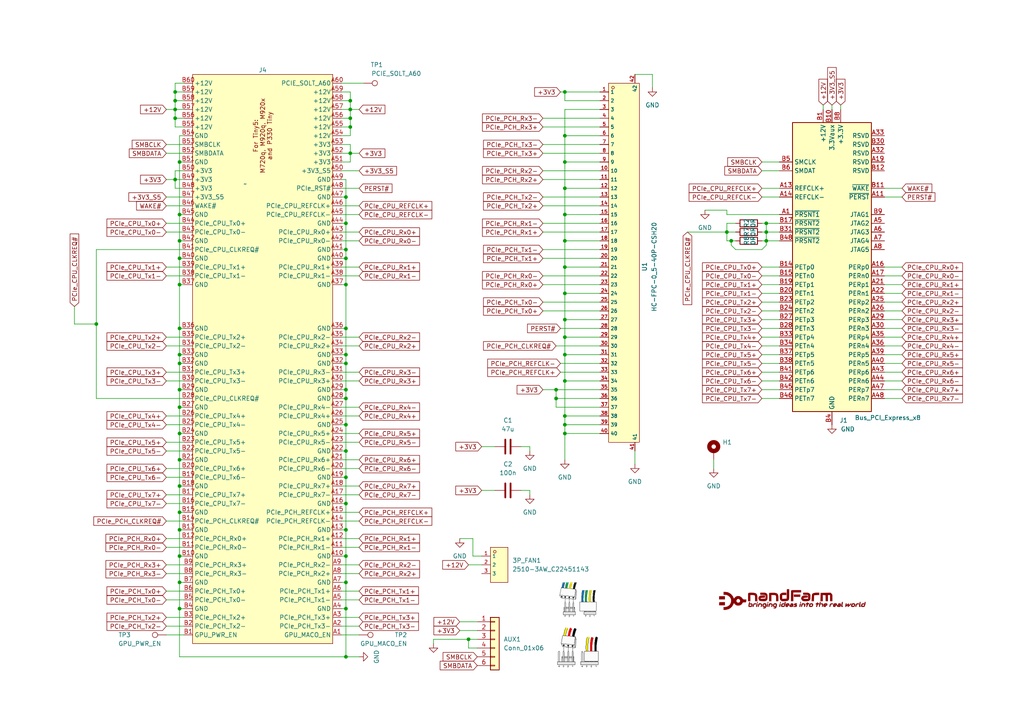
<source format=kicad_sch>
(kicad_sch (version 20231120) (generator "eeschema") (generator_version "8.0")
  (paper "A4")
  (title_block (title "RibbonRiser V1") (company "NandFarm"))
  (lib_symbols
    (symbol "2510-3AW_C22451143:2510-3AW_C22451143"
      (property "Reference" "U" (at 0 1.27 0))
      (property "Value" "2510-3AW_C22451143" (at 0 -2.54 0))
      (symbol "2510-3AW_C22451143_0_1"
        (pin unspecified line (at -5.08 2.54 0) (length 2.54) (name "1") (number "1"))
        (pin unspecified line (at -5.08 0 0) (length 2.54) (name "2") (number "2"))
        (pin unspecified line (at -5.08 -2.54 0) (length 2.54) (name "3") (number "3"))
      )
    )
    (symbol "A_my_stuff:TinyRiser"
      (property "Reference" "J1" (at 0 33.02 0))
      (property "Value" "~" (at -5.08 0 0))
      (symbol "TinyRiser_1_1"
        (text "For Tiny5:\nM720q, M920q, M920x\nand P330 Tiny" (at 0 13.97 900) (effects (font (size 1.27 1.27))))
        (pin unspecified line (at 22.86 -130.81 180) (length 2.54) (name "GPU_MACO_EN") (number "A1"))
        (pin unspecified line (at 22.86 -107.95 180) (length 2.54) (name "GND") (number "A10"))
        (pin unspecified line (at 22.86 -105.41 180) (length 2.54) (name "PCIe_PCH_Rx1-") (number "A11"))
        (pin unspecified line (at 22.86 -102.87 180) (length 2.54) (name "PCIe_PCH_Rx1+") (number "A12"))
        (pin unspecified line (at 22.86 -100.33 180) (length 2.54) (name "GND") (number "A13"))
        (pin unspecified line (at 22.86 -97.79 180) (length 2.54) (name "PCIe_PCH_REFCLK-") (number "A14"))
        (pin unspecified line (at 22.86 -95.25 180) (length 2.54) (name "PCIe_PCH_REFCLK+") (number "A15"))
        (pin unspecified line (at 22.86 -92.71 180) (length 2.54) (name "GND") (number "A16"))
        (pin unspecified line (at 22.86 -90.17 180) (length 2.54) (name "PCIe_CPU_Rx7-") (number "A17"))
        (pin unspecified line (at 22.86 -87.63 180) (length 2.54) (name "PCIe_CPU_Rx7+") (number "A18"))
        (pin unspecified line (at 22.86 -85.09 180) (length 2.54) (name "GND") (number "A19"))
        (pin unspecified line (at 22.86 -128.27 180) (length 2.54) (name "PCIe_PCH_Tx3-") (number "A2"))
        (pin unspecified line (at 22.86 -82.55 180) (length 2.54) (name "PCIe_CPU_Rx6-") (number "A20"))
        (pin unspecified line (at 22.86 -80.01 180) (length 2.54) (name "PCIe_CPU_Rx6+") (number "A21"))
        (pin unspecified line (at 22.86 -77.47 180) (length 2.54) (name "GND") (number "A22"))
        (pin unspecified line (at 22.86 -74.93 180) (length 2.54) (name "PCIe_CPU_Rx5-") (number "A23"))
        (pin unspecified line (at 22.86 -72.39 180) (length 2.54) (name "PCIe_CPU_Rx5+") (number "A24"))
        (pin unspecified line (at 22.86 -69.85 180) (length 2.54) (name "GND") (number "A25"))
        (pin unspecified line (at 22.86 -67.31 180) (length 2.54) (name "PCIe_CPU_Rx4+") (number "A26"))
        (pin unspecified line (at 22.86 -64.77 180) (length 2.54) (name "PCIe_CPU_Rx4-") (number "A27"))
        (pin unspecified line (at 22.86 -62.23 180) (length 2.54) (name "GND") (number "A28"))
        (pin unspecified line (at 22.86 -59.69 180) (length 2.54) (name "GND") (number "A29"))
        (pin unspecified line (at 22.86 -125.73 180) (length 2.54) (name "PCIe_PCH_Tx3+") (number "A3"))
        (pin unspecified line (at 22.86 -57.15 180) (length 2.54) (name "PCIe_CPU_Rx3+") (number "A30"))
        (pin unspecified line (at 22.86 -54.61 180) (length 2.54) (name "PCIe_CPU_Rx3-") (number "A31"))
        (pin unspecified line (at 22.86 -52.07 180) (length 2.54) (name "GND") (number "A32"))
        (pin unspecified line (at 22.86 -49.53 180) (length 2.54) (name "GND") (number "A33"))
        (pin unspecified line (at 22.86 -46.99 180) (length 2.54) (name "PCIe_CPU_Rx2+") (number "A34"))
        (pin unspecified line (at 22.86 -44.45 180) (length 2.54) (name "PCIe_CPU_Rx2-") (number "A35"))
        (pin unspecified line (at 22.86 -41.91 180) (length 2.54) (name "GND") (number "A36"))
        (pin unspecified line (at 22.86 -29.21 180) (length 2.54) (name "GND") (number "A37"))
        (pin unspecified line (at 22.86 -26.67 180) (length 2.54) (name "PCIe_CPU_Rx1-") (number "A38"))
        (pin unspecified line (at 22.86 -24.13 180) (length 2.54) (name "PCIe_CPU_Rx1+") (number "A39"))
        (pin unspecified line (at 22.86 -123.19 180) (length 2.54) (name "GND") (number "A4"))
        (pin unspecified line (at 22.86 -21.59 180) (length 2.54) (name "GND") (number "A40"))
        (pin unspecified line (at 22.86 -19.05 180) (length 2.54) (name "GND") (number "A41"))
        (pin unspecified line (at 22.86 -16.51 180) (length 2.54) (name "PCIe_CPU_Rx0-") (number "A42"))
        (pin unspecified line (at 22.86 -13.97 180) (length 2.54) (name "PCIe_CPU_Rx0+") (number "A43"))
        (pin unspecified line (at 22.86 -11.43 180) (length 2.54) (name "GND") (number "A44"))
        (pin unspecified line (at 22.86 -8.89 180) (length 2.54) (name "PCIe_CPU_REFCLK-") (number "A45"))
        (pin unspecified line (at 22.86 -6.35 180) (length 2.54) (name "PCIe_CPU_REFCLK+") (number "A46"))
        (pin unspecified line (at 22.86 -3.81 180) (length 2.54) (name "GND") (number "A47"))
        (pin unspecified line (at 22.86 -1.27 180) (length 2.54) (name "PCIe_RST#") (number "A48"))
        (pin unspecified line (at 22.86 1.27 180) (length 2.54) (name "GND") (number "A49"))
        (pin unspecified line (at 22.86 -120.65 180) (length 2.54) (name "PCIe_PCH_Tx1-") (number "A5"))
        (pin unspecified line (at 22.86 3.81 180) (length 2.54) (name "+3V3_S5") (number "A50"))
        (pin unspecified line (at 22.86 6.35 180) (length 2.54) (name "+3V3") (number "A51"))
        (pin unspecified line (at 22.86 8.89 180) (length 2.54) (name "+3V3") (number "A52"))
        (pin unspecified line (at 22.86 11.43 180) (length 2.54) (name "+3V3") (number "A53"))
        (pin unspecified line (at 22.86 13.97 180) (length 2.54) (name "+12V") (number "A54"))
        (pin unspecified line (at 22.86 16.51 180) (length 2.54) (name "+12V") (number "A55"))
        (pin unspecified line (at 22.86 19.05 180) (length 2.54) (name "+12V") (number "A56"))
        (pin unspecified line (at 22.86 21.59 180) (length 2.54) (name "+12V") (number "A57"))
        (pin unspecified line (at 22.86 24.13 180) (length 2.54) (name "+12V") (number "A58"))
        (pin unspecified line (at 22.86 26.67 180) (length 2.54) (name "+12V") (number "A59"))
        (pin unspecified line (at 22.86 -118.11 180) (length 2.54) (name "PCIe_PCH_Tx1+") (number "A6"))
        (pin unspecified line (at 22.86 29.21 180) (length 2.54) (name "PCIE_SOLT_A60") (number "A60"))
        (pin unspecified line (at 22.86 -115.57 180) (length 2.54) (name "GND") (number "A7"))
        (pin unspecified line (at 22.86 -113.03 180) (length 2.54) (name "PCIe_PCH_Rx2+") (number "A8"))
        (pin unspecified line (at 22.86 -110.49 180) (length 2.54) (name "PCIe_PCH_Rx2-") (number "A9"))
        (pin unspecified line (at -22.86 -130.81 0) (length 2.54) (name "GPU_PWR_EN") (number "B1"))
        (pin unspecified line (at -22.86 -107.95 0) (length 2.54) (name "GND") (number "B10"))
        (pin unspecified line (at -22.86 -105.41 0) (length 2.54) (name "PCIe_PCH_Rx0-") (number "B11"))
        (pin unspecified line (at -22.86 -102.87 0) (length 2.54) (name "PCIe_PCH_Rx0+") (number "B12"))
        (pin unspecified line (at -22.86 -100.33 0) (length 2.54) (name "GND") (number "B13"))
        (pin unspecified line (at -22.86 -97.79 0) (length 2.54) (name "PCIe_PCH_CLKREQ#") (number "B14"))
        (pin unspecified line (at -22.86 -95.25 0) (length 2.54) (name "GND") (number "B15"))
        (pin unspecified line (at -22.86 -92.71 0) (length 2.54) (name "PCIe_CPU_Tx7-") (number "B16"))
        (pin unspecified line (at -22.86 -90.17 0) (length 2.54) (name "PCIe_CPU_Tx7+") (number "B17"))
        (pin unspecified line (at -22.86 -87.63 0) (length 2.54) (name "GND") (number "B18"))
        (pin unspecified line (at -22.86 -85.09 0) (length 2.54) (name "PCIe_CPU_Tx6-") (number "B19"))
        (pin unspecified line (at -22.86 -128.27 0) (length 2.54) (name "PCIe_PCH_Tx2-") (number "B2"))
        (pin unspecified line (at -22.86 -82.55 0) (length 2.54) (name "PCIe_CPU_Tx6+") (number "B20"))
        (pin unspecified line (at -22.86 -80.01 0) (length 2.54) (name "GND") (number "B21"))
        (pin unspecified line (at -22.86 -77.47 0) (length 2.54) (name "PCIe_CPU_Tx5-") (number "B22"))
        (pin unspecified line (at -22.86 -74.93 0) (length 2.54) (name "PCIe_CPU_Tx5+") (number "B23"))
        (pin unspecified line (at -22.86 -72.39 0) (length 2.54) (name "GND") (number "B24"))
        (pin unspecified line (at -22.86 -69.85 0) (length 2.54) (name "PCIe_CPU_Tx4-") (number "B25"))
        (pin unspecified line (at -22.86 -67.31 0) (length 2.54) (name "PCIe_CPU_Tx4+") (number "B26"))
        (pin unspecified line (at -22.86 -64.77 0) (length 2.54) (name "GND") (number "B27"))
        (pin unspecified line (at -22.86 -62.23 0) (length 2.54) (name "PCIe_CPU_CLKREQ#") (number "B28"))
        (pin unspecified line (at -22.86 -59.69 0) (length 2.54) (name "GND") (number "B29"))
        (pin unspecified line (at -22.86 -125.73 0) (length 2.54) (name "PCIe_PCH_Tx2+") (number "B3"))
        (pin unspecified line (at -22.86 -57.15 0) (length 2.54) (name "PCIe_CPU_Tx3-") (number "B30"))
        (pin unspecified line (at -22.86 -54.61 0) (length 2.54) (name "PCIe_CPU_Tx3+") (number "B31"))
        (pin unspecified line (at -22.86 -52.07 0) (length 2.54) (name "GND") (number "B32"))
        (pin unspecified line (at -22.86 -49.53 0) (length 2.54) (name "GND") (number "B33"))
        (pin unspecified line (at -22.86 -46.99 0) (length 2.54) (name "PCIe_CPU_Tx2-") (number "B34"))
        (pin unspecified line (at -22.86 -44.45 0) (length 2.54) (name "PCIe_CPU_Tx2+") (number "B35"))
        (pin unspecified line (at -22.86 -41.91 0) (length 2.54) (name "GND") (number "B36"))
        (pin unspecified line (at -22.86 -29.21 0) (length 2.54) (name "GND") (number "B37"))
        (pin unspecified line (at -22.86 -26.67 0) (length 2.54) (name "PCIe_CPU_Tx1-") (number "B38"))
        (pin unspecified line (at -22.86 -24.13 0) (length 2.54) (name "PCIe_CPU_Tx1+") (number "B39"))
        (pin unspecified line (at -22.86 -123.19 0) (length 2.54) (name "GND") (number "B4"))
        (pin unspecified line (at -22.86 -21.59 0) (length 2.54) (name "GND") (number "B40"))
        (pin unspecified line (at -22.86 -19.05 0) (length 2.54) (name "PCIe_CPU_CLKREQ#") (number "B41"))
        (pin unspecified line (at -22.86 -16.51 0) (length 2.54) (name "GND") (number "B42"))
        (pin unspecified line (at -22.86 -13.97 0) (length 2.54) (name "PCIe_CPU_Tx0-") (number "B43"))
        (pin unspecified line (at -22.86 -11.43 0) (length 2.54) (name "PCIe_CPU_Tx0+") (number "B44"))
        (pin unspecified line (at -22.86 -8.89 0) (length 2.54) (name "GND") (number "B45"))
        (pin unspecified line (at -22.86 -6.35 0) (length 2.54) (name "WAKE#") (number "B46"))
        (pin unspecified line (at -22.86 -3.81 0) (length 2.54) (name "+3V3_S5") (number "B47"))
        (pin unspecified line (at -22.86 -1.27 0) (length 2.54) (name "+3V3") (number "B48"))
        (pin unspecified line (at -22.86 1.27 0) (length 2.54) (name "+3V3") (number "B49"))
        (pin unspecified line (at -22.86 -120.65 0) (length 2.54) (name "PCIe_PCH_Tx0-") (number "B5"))
        (pin unspecified line (at -22.86 3.81 0) (length 2.54) (name "+3V3") (number "B50"))
        (pin unspecified line (at -22.86 6.35 0) (length 2.54) (name "GND") (number "B51"))
        (pin unspecified line (at -22.86 8.89 0) (length 2.54) (name "SMBDATA") (number "B52"))
        (pin unspecified line (at -22.86 11.43 0) (length 2.54) (name "SMBCLK") (number "B53"))
        (pin unspecified line (at -22.86 13.97 0) (length 2.54) (name "GND") (number "B54"))
        (pin unspecified line (at -22.86 16.51 0) (length 2.54) (name "+12V") (number "B55"))
        (pin unspecified line (at -22.86 19.05 0) (length 2.54) (name "+12V") (number "B56"))
        (pin unspecified line (at -22.86 21.59 0) (length 2.54) (name "+12V") (number "B57"))
        (pin unspecified line (at -22.86 24.13 0) (length 2.54) (name "+12V") (number "B58"))
        (pin unspecified line (at -22.86 26.67 0) (length 2.54) (name "+12V") (number "B59"))
        (pin unspecified line (at -22.86 -118.11 0) (length 2.54) (name "PCIe_PCH_Tx0+") (number "B6"))
        (pin unspecified line (at -22.86 29.21 0) (length 2.54) (name "+12V") (number "B60"))
        (pin unspecified line (at -22.86 -115.57 0) (length 2.54) (name "GND") (number "B7"))
        (pin unspecified line (at -22.86 -113.03 0) (length 2.54) (name "PCIe_PCH_Rx3-") (number "B8"))
        (pin unspecified line (at -22.86 -110.49 0) (length 2.54) (name "PCIe_PCH_Rx3+") (number "B9"))
      )
    )
    (symbol "Connector:Bus_PCI_Express_x8"
      (property "Reference" "J" (at -8.89 43.18 0))
      (property "Value" "Bus_PCI_Express_x8" (at 12.7 43.18 0))
      (symbol "Bus_PCI_Express_x8_1_1"
        (pin passive line (at -15.24 15.24 0) (length 3.81) (name "~{PRSNT1}") (number "A1"))
        (pin passive line (at 2.54 45.72 270) (length 3.81) hide (name "+3.3V") (number "A10"))
        (pin input line (at 15.24 20.32 180) (length 3.81) (name "~{PERST}") (number "A11"))
        (pin passive line (at 0 -45.72 90) (length 3.81) hide (name "GND") (number "A12"))
        (pin input line (at -15.24 22.86 0) (length 3.81) (name "REFCLK+") (number "A13"))
        (pin input line (at -15.24 20.32 0) (length 3.81) (name "REFCLK-") (number "A14"))
        (pin passive line (at 0 -45.72 90) (length 3.81) hide (name "GND") (number "A15"))
        (pin output line (at 15.24 0 180) (length 3.81) (name "PERp0") (number "A16"))
        (pin output line (at 15.24 -2.54 180) (length 3.81) (name "PERn0") (number "A17"))
        (pin passive line (at 0 -45.72 90) (length 3.81) hide (name "GND") (number "A18"))
        (pin passive line (at 15.24 30.48 180) (length 3.81) (name "RSVD") (number "A19"))
        (pin passive line (at -2.54 45.72 270) (length 3.81) hide (name "+12V") (number "A2"))
        (pin passive line (at 0 -45.72 90) (length 3.81) hide (name "GND") (number "A20"))
        (pin output line (at 15.24 -5.08 180) (length 3.81) (name "PERp1") (number "A21"))
        (pin output line (at 15.24 -7.62 180) (length 3.81) (name "PERn1") (number "A22"))
        (pin passive line (at 0 -45.72 90) (length 3.81) hide (name "GND") (number "A23"))
        (pin passive line (at 0 -45.72 90) (length 3.81) hide (name "GND") (number "A24"))
        (pin output line (at 15.24 -10.16 180) (length 3.81) (name "PERp2") (number "A25"))
        (pin output line (at 15.24 -12.7 180) (length 3.81) (name "PERn2") (number "A26"))
        (pin passive line (at 0 -45.72 90) (length 3.81) hide (name "GND") (number "A27"))
        (pin passive line (at 0 -45.72 90) (length 3.81) hide (name "GND") (number "A28"))
        (pin output line (at 15.24 -15.24 180) (length 3.81) (name "PERp3") (number "A29"))
        (pin passive line (at -2.54 45.72 270) (length 3.81) hide (name "+12V") (number "A3"))
        (pin output line (at 15.24 -17.78 180) (length 3.81) (name "PERn3") (number "A30"))
        (pin passive line (at 0 -45.72 90) (length 3.81) hide (name "GND") (number "A31"))
        (pin passive line (at 15.24 33.02 180) (length 3.81) (name "RSVD") (number "A32"))
        (pin passive line (at 15.24 38.1 180) (length 3.81) (name "RSVD") (number "A33"))
        (pin passive line (at 0 -45.72 90) (length 3.81) hide (name "GND") (number "A34"))
        (pin output line (at 15.24 -20.32 180) (length 3.81) (name "PERp4") (number "A35"))
        (pin output line (at 15.24 -22.86 180) (length 3.81) (name "PERn4") (number "A36"))
        (pin passive line (at 0 -45.72 90) (length 3.81) hide (name "GND") (number "A37"))
        (pin passive line (at 0 -45.72 90) (length 3.81) hide (name "GND") (number "A38"))
        (pin output line (at 15.24 -25.4 180) (length 3.81) (name "PERp5") (number "A39"))
        (pin passive line (at 0 -45.72 90) (length 3.81) hide (name "GND") (number "A4"))
        (pin output line (at 15.24 -27.94 180) (length 3.81) (name "PERn5") (number "A40"))
        (pin passive line (at 0 -45.72 90) (length 3.81) hide (name "GND") (number "A41"))
        (pin passive line (at 0 -45.72 90) (length 3.81) hide (name "GND") (number "A42"))
        (pin output line (at 15.24 -30.48 180) (length 3.81) (name "PERp6") (number "A43"))
        (pin output line (at 15.24 -33.02 180) (length 3.81) (name "PERn6") (number "A44"))
        (pin passive line (at 0 -45.72 90) (length 3.81) hide (name "GND") (number "A45"))
        (pin passive line (at 0 -45.72 90) (length 3.81) hide (name "GND") (number "A46"))
        (pin output line (at 15.24 -35.56 180) (length 3.81) (name "PERp7") (number "A47"))
        (pin output line (at 15.24 -38.1 180) (length 3.81) (name "PERn7") (number "A48"))
        (pin passive line (at 0 -45.72 90) (length 3.81) hide (name "GND") (number "A49"))
        (pin input line (at 15.24 12.7 180) (length 3.81) (name "JTAG2") (number "A5"))
        (pin input line (at 15.24 10.16 180) (length 3.81) (name "JTAG3") (number "A6"))
        (pin output line (at 15.24 7.62 180) (length 3.81) (name "JTAG4") (number "A7"))
        (pin input line (at 15.24 5.08 180) (length 3.81) (name "JTAG5") (number "A8"))
        (pin passive line (at 2.54 45.72 270) (length 3.81) hide (name "+3.3V") (number "A9"))
        (pin power_in line (at -2.54 45.72 270) (length 3.81) (name "+12V") (number "B1"))
        (pin power_in line (at 0 45.72 270) (length 3.81) (name "3.3Vaux") (number "B10"))
        (pin open_collector line (at 15.24 22.86 180) (length 3.81) (name "~{WAKE}") (number "B11"))
        (pin passive line (at 15.24 27.94 180) (length 3.81) (name "RSVD") (number "B12"))
        (pin passive line (at 0 -45.72 90) (length 3.81) hide (name "GND") (number "B13"))
        (pin input line (at -15.24 0 0) (length 3.81) (name "PETp0") (number "B14"))
        (pin input line (at -15.24 -2.54 0) (length 3.81) (name "PETn0") (number "B15"))
        (pin passive line (at 0 -45.72 90) (length 3.81) hide (name "GND") (number "B16"))
        (pin passive line (at -15.24 12.7 0) (length 3.81) (name "~{PRSNT2}") (number "B17"))
        (pin passive line (at 0 -45.72 90) (length 3.81) hide (name "GND") (number "B18"))
        (pin input line (at -15.24 -5.08 0) (length 3.81) (name "PETp1") (number "B19"))
        (pin passive line (at -2.54 45.72 270) (length 3.81) hide (name "+12V") (number "B2"))
        (pin input line (at -15.24 -7.62 0) (length 3.81) (name "PETn1") (number "B20"))
        (pin passive line (at 0 -45.72 90) (length 3.81) hide (name "GND") (number "B21"))
        (pin passive line (at 0 -45.72 90) (length 3.81) hide (name "GND") (number "B22"))
        (pin input line (at -15.24 -10.16 0) (length 3.81) (name "PETp2") (number "B23"))
        (pin input line (at -15.24 -12.7 0) (length 3.81) (name "PETn2") (number "B24"))
        (pin passive line (at 0 -45.72 90) (length 3.81) hide (name "GND") (number "B25"))
        (pin passive line (at 0 -45.72 90) (length 3.81) hide (name "GND") (number "B26"))
        (pin input line (at -15.24 -15.24 0) (length 3.81) (name "PETp3") (number "B27"))
        (pin input line (at -15.24 -17.78 0) (length 3.81) (name "PETn3") (number "B28"))
        (pin passive line (at 0 -45.72 90) (length 3.81) hide (name "GND") (number "B29"))
        (pin passive line (at -2.54 45.72 270) (length 3.81) hide (name "+12V") (number "B3"))
        (pin passive line (at 15.24 35.56 180) (length 3.81) (name "RSVD") (number "B30"))
        (pin passive line (at -15.24 10.16 0) (length 3.81) (name "~{PRSNT2}") (number "B31"))
        (pin passive line (at 0 -45.72 90) (length 3.81) hide (name "GND") (number "B32"))
        (pin input line (at -15.24 -20.32 0) (length 3.81) (name "PETp4") (number "B33"))
        (pin input line (at -15.24 -22.86 0) (length 3.81) (name "PETn4") (number "B34"))
        (pin passive line (at 0 -45.72 90) (length 3.81) hide (name "GND") (number "B35"))
        (pin passive line (at 0 -45.72 90) (length 3.81) hide (name "GND") (number "B36"))
        (pin input line (at -15.24 -25.4 0) (length 3.81) (name "PETp5") (number "B37"))
        (pin input line (at -15.24 -27.94 0) (length 3.81) (name "PETn5") (number "B38"))
        (pin passive line (at 0 -45.72 90) (length 3.81) hide (name "GND") (number "B39"))
        (pin power_in line (at 0 -45.72 90) (length 3.81) (name "GND") (number "B4"))
        (pin passive line (at 0 -45.72 90) (length 3.81) hide (name "GND") (number "B40"))
        (pin input line (at -15.24 -30.48 0) (length 3.81) (name "PETp6") (number "B41"))
        (pin input line (at -15.24 -33.02 0) (length 3.81) (name "PETn6") (number "B42"))
        (pin passive line (at 0 -45.72 90) (length 3.81) hide (name "GND") (number "B43"))
        (pin passive line (at 0 -45.72 90) (length 3.81) hide (name "GND") (number "B44"))
        (pin input line (at -15.24 -35.56 0) (length 3.81) (name "PETp7") (number "B45"))
        (pin input line (at -15.24 -38.1 0) (length 3.81) (name "PETn7") (number "B46"))
        (pin passive line (at 0 -45.72 90) (length 3.81) hide (name "GND") (number "B47"))
        (pin passive line (at -15.24 7.62 0) (length 3.81) (name "~{PRSNT2}") (number "B48"))
        (pin passive line (at 0 -45.72 90) (length 3.81) hide (name "GND") (number "B49"))
        (pin input line (at -15.24 30.48 0) (length 3.81) (name "SMCLK") (number "B5"))
        (pin bidirectional line (at -15.24 27.94 0) (length 3.81) (name "SMDAT") (number "B6"))
        (pin passive line (at 0 -45.72 90) (length 3.81) hide (name "GND") (number "B7"))
        (pin power_in line (at 2.54 45.72 270) (length 3.81) (name "+3.3V") (number "B8"))
        (pin input line (at 15.24 15.24 180) (length 3.81) (name "JTAG1") (number "B9"))
      )
    )
    (symbol "Connector:TestPoint" (pin_numbers hide) (pin_names (offset 0.762) hide)
      (property "Reference" "TP" (at 0 6.858 0))
      (property "Value" "TestPoint" (at 0 5.08 0))
      (symbol "TestPoint_1_1"
        (pin passive line (at 0 0 90) (length 2.54) (name "1") (number "1"))
      )
    )
    (symbol "Connector_Generic:Conn_01x06" (pin_names (offset 1.016) hide)
      (property "Reference" "J" (at 0 7.62 0))
      (property "Value" "Conn_01x06" (at 0 -10.16 0))
      (symbol "Conn_01x06_1_1"
        (pin passive line (at -5.08 5.08 0) (length 3.81) (name "Pin_1") (number "1"))
        (pin passive line (at -5.08 2.54 0) (length 3.81) (name "Pin_2") (number "2"))
        (pin passive line (at -5.08 0 0) (length 3.81) (name "Pin_3") (number "3"))
        (pin passive line (at -5.08 -2.54 0) (length 3.81) (name "Pin_4") (number "4"))
        (pin passive line (at -5.08 -5.08 0) (length 3.81) (name "Pin_5") (number "5"))
        (pin passive line (at -5.08 -7.62 0) (length 3.81) (name "Pin_6") (number "6"))
      )
    )
    (symbol "Device:C" (pin_numbers hide) (pin_names (offset 0.254))
      (property "Reference" "C" (at 0.635 2.54 0))
      (property "Value" "C" (at 0.635 -2.54 0))
      (symbol "C_1_1"
        (pin passive line (at 0 3.81 270) (length 2.794) (name "~") (number "1"))
        (pin passive line (at 0 -3.81 90) (length 2.794) (name "~") (number "2"))
      )
    )
    (symbol "Device:R" (pin_numbers hide) (pin_names (offset 0))
      (property "Reference" "R" (at 2.032 0 90))
      (property "Value" "R" (at 0 0 90))
      (symbol "R_1_1"
        (pin passive line (at 0 3.81 270) (length 1.27) (name "~") (number "1"))
        (pin passive line (at 0 -3.81 90) (length 1.27) (name "~") (number "2"))
      )
    )
    (symbol "HC-FPC-0_5-40P-CSH20:HC-FPC-0_5-40P-CSH20"
      (property "Reference" "U" (at 0 1.27 0))
      (property "Value" "HC-FPC-0_5-40P-CSH20" (at 0 -2.54 0))
      (symbol "HC-FPC-0_5-40P-CSH20_0_1"
        (pin unspecified line (at -5.08 50.8 0) (length 2.54) (name "1") (number "1"))
        (pin unspecified line (at -5.08 27.94 0) (length 2.54) (name "10") (number "10"))
        (pin unspecified line (at -5.08 25.4 0) (length 2.54) (name "11") (number "11"))
        (pin unspecified line (at -5.08 22.86 0) (length 2.54) (name "12") (number "12"))
        (pin unspecified line (at -5.08 20.32 0) (length 2.54) (name "13") (number "13"))
        (pin unspecified line (at -5.08 17.78 0) (length 2.54) (name "14") (number "14"))
        (pin unspecified line (at -5.08 15.24 0) (length 2.54) (name "15") (number "15"))
        (pin unspecified line (at -5.08 12.7 0) (length 2.54) (name "16") (number "16"))
        (pin unspecified line (at -5.08 10.16 0) (length 2.54) (name "17") (number "17"))
        (pin unspecified line (at -5.08 7.62 0) (length 2.54) (name "18") (number "18"))
        (pin unspecified line (at -5.08 5.08 0) (length 2.54) (name "19") (number "19"))
        (pin unspecified line (at -5.08 48.26 0) (length 2.54) (name "2") (number "2"))
        (pin unspecified line (at -5.08 2.54 0) (length 2.54) (name "20") (number "20"))
        (pin unspecified line (at -5.08 0 0) (length 2.54) (name "21") (number "21"))
        (pin unspecified line (at -5.08 -2.54 0) (length 2.54) (name "22") (number "22"))
        (pin unspecified line (at -5.08 -5.08 0) (length 2.54) (name "23") (number "23"))
        (pin unspecified line (at -5.08 -7.62 0) (length 2.54) (name "24") (number "24"))
        (pin unspecified line (at -5.08 -10.16 0) (length 2.54) (name "25") (number "25"))
        (pin unspecified line (at -5.08 -12.7 0) (length 2.54) (name "26") (number "26"))
        (pin unspecified line (at -5.08 -15.24 0) (length 2.54) (name "27") (number "27"))
        (pin unspecified line (at -5.08 -17.78 0) (length 2.54) (name "28") (number "28"))
        (pin unspecified line (at -5.08 -20.32 0) (length 2.54) (name "29") (number "29"))
        (pin unspecified line (at -5.08 45.72 0) (length 2.54) (name "3") (number "3"))
        (pin unspecified line (at -5.08 -22.86 0) (length 2.54) (name "30") (number "30"))
        (pin unspecified line (at -5.08 -25.4 0) (length 2.54) (name "31") (number "31"))
        (pin unspecified line (at -5.08 -27.94 0) (length 2.54) (name "32") (number "32"))
        (pin unspecified line (at -5.08 -30.48 0) (length 2.54) (name "33") (number "33"))
        (pin unspecified line (at -5.08 -33.02 0) (length 2.54) (name "34") (number "34"))
        (pin unspecified line (at -5.08 -35.56 0) (length 2.54) (name "35") (number "35"))
        (pin unspecified line (at -5.08 -38.1 0) (length 2.54) (name "36") (number "36"))
        (pin unspecified line (at -5.08 -40.64 0) (length 2.54) (name "37") (number "37"))
        (pin unspecified line (at -5.08 -43.18 0) (length 2.54) (name "38") (number "38"))
        (pin unspecified line (at -5.08 -45.72 0) (length 2.54) (name "39") (number "39"))
        (pin unspecified line (at -5.08 43.18 0) (length 2.54) (name "4") (number "4"))
        (pin unspecified line (at -5.08 -48.26 0) (length 2.54) (name "40") (number "40"))
        (pin unspecified line (at 5.08 -53.34 90) (length 2.54) (name "41") (number "41"))
        (pin unspecified line (at 5.08 55.88 270) (length 2.54) (name "42") (number "42"))
        (pin unspecified line (at -5.08 40.64 0) (length 2.54) (name "5") (number "5"))
        (pin unspecified line (at -5.08 38.1 0) (length 2.54) (name "6") (number "6"))
        (pin unspecified line (at -5.08 35.56 0) (length 2.54) (name "7") (number "7"))
        (pin unspecified line (at -5.08 33.02 0) (length 2.54) (name "8") (number "8"))
        (pin unspecified line (at -5.08 30.48 0) (length 2.54) (name "9") (number "9"))
      )
    )
    (symbol "Mechanical:MountingHole_Pad" (pin_numbers hide) (pin_names (offset 1.016) hide)
      (property "Reference" "H" (at 0 6.35 0))
      (property "Value" "MountingHole_Pad" (at 0 4.445 0))
      (symbol "MountingHole_Pad_1_1"
        (pin input line (at 0 -2.54 90) (length 2.54) (name "1") (number "1"))
      )
    )
    (symbol "NandFarm_logo_and_text:LOGO" (pin_names (offset 1.016)))
    (symbol "power:GND" (power) (pin_names (offset 0))
      (property "Value" "GND" (at 0 -3.81 0))
      (symbol "GND_1_1"
        (pin power_in line (at 0 0 270) (length 0) hide (name "GND") (number "1"))
      )
    )
  )
  (junction (at 50.8 34.29))
  (junction (at 52.07 95.25))
  (junction (at 100.33 115.57))
  (junction (at 101.6 34.29))
  (junction (at 100.33 72.39))
  (junction (at 52.07 69.85))
  (junction (at 163.83 54.61))
  (junction (at 210.82 67.31))
  (junction (at 100.33 82.55))
  (junction (at 101.6 44.45))
  (junction (at 163.83 125.73))
  (junction (at 161.29 113.03))
  (junction (at 163.83 46.99))
  (junction (at 52.07 168.91))
  (junction (at 163.83 85.09))
  (junction (at 100.33 168.91))
  (junction (at 163.83 69.85))
  (junction (at 100.33 130.81))
  (junction (at 52.07 74.93))
  (junction (at 163.83 102.87))
  (junction (at 163.83 110.49))
  (junction (at 163.83 120.65))
  (junction (at 163.83 123.19))
  (junction (at 163.83 62.23))
  (junction (at 50.8 26.67))
  (junction (at 50.8 52.07))
  (junction (at 52.07 105.41))
  (junction (at 52.07 62.23))
  (junction (at 100.33 64.77))
  (junction (at 52.07 153.67))
  (junction (at 100.33 95.25))
  (junction (at 52.07 176.53))
  (junction (at 100.33 74.93))
  (junction (at 100.33 102.87))
  (junction (at 52.07 161.29))
  (junction (at 52.07 125.73))
  (junction (at 100.33 138.43))
  (junction (at 101.6 31.75))
  (junction (at 163.83 77.47))
  (junction (at 52.07 148.59))
  (junction (at 163.83 39.37))
  (junction (at 100.33 57.15))
  (junction (at 52.07 133.35))
  (junction (at 163.83 92.71))
  (junction (at 100.33 146.05))
  (junction (at 50.8 31.75))
  (junction (at 100.33 190.5))
  (junction (at 100.33 153.67))
  (junction (at 222.25 67.31))
  (junction (at 27.94 93.98))
  (junction (at 52.07 102.87))
  (junction (at 50.8 29.21))
  (junction (at 161.29 115.57))
  (junction (at 222.25 69.85))
  (junction (at 52.07 140.97))
  (junction (at 163.83 97.79))
  (junction (at 100.33 161.29))
  (junction (at 52.07 118.11))
  (junction (at 100.33 123.19))
  (junction (at 100.33 113.03))
  (junction (at 52.07 82.55))
  (junction (at 212.09 69.85))
  (junction (at 222.25 64.77))
  (junction (at 163.83 26.67))
  (junction (at 101.6 29.21))
  (junction (at 52.07 46.99))
  (junction (at 101.6 36.83))
  (junction (at 100.33 105.41))
  (junction (at 100.33 176.53))
  (junction (at 52.07 113.03))
  (junction (at 135.89 185.42))
  (wire (pts (xy 99.06 168.91) (xy 100.33 168.91)))
  (wire (pts (xy 256.54 107.95) (xy 261.62 107.95)))
  (wire (pts (xy 48.26 171.45) (xy 53.34 171.45)))
  (wire (pts (xy 50.8 24.13) (xy 53.34 24.13)))
  (wire (pts (xy 50.8 34.29) (xy 53.34 34.29)))
  (wire (pts (xy 99.06 57.15) (xy 100.33 57.15)))
  (wire (pts (xy 220.98 77.47) (xy 226.06 77.47)))
  (wire (pts (xy 52.07 82.55) (xy 53.34 82.55)))
  (wire (pts (xy 163.83 102.87) (xy 163.83 97.79)))
  (wire (pts (xy 220.98 49.53) (xy 226.06 49.53)))
  (wire (pts (xy 101.6 29.21) (xy 101.6 31.75)))
  (wire (pts (xy 99.06 118.11) (xy 104.14 118.11)))
  (wire (pts (xy 48.26 100.33) (xy 53.34 100.33)))
  (wire (pts (xy 210.82 64.77) (xy 213.36 64.77)))
  (wire (pts (xy 48.26 166.37) (xy 53.34 166.37)))
  (wire (pts (xy 162.56 26.67) (xy 163.83 26.67)))
  (wire (pts (xy 163.83 110.49) (xy 173.99 110.49)))
  (wire (pts (xy 48.26 120.65) (xy 53.34 120.65)))
  (wire (pts (xy 52.07 69.85) (xy 52.07 62.23)))
  (wire (pts (xy 163.83 92.71) (xy 163.83 85.09)))
  (wire (pts (xy 53.34 54.61) (xy 50.8 54.61)))
  (wire (pts (xy 125.73 185.42) (xy 135.89 185.42)))
  (wire (pts (xy 99.06 153.67) (xy 100.33 153.67)))
  (wire (pts (xy 99.06 143.51) (xy 104.14 143.51)))
  (wire (pts (xy 163.83 69.85) (xy 163.83 62.23)))
  (wire (pts (xy 138.43 187.96) (xy 135.89 187.96)))
  (wire (pts (xy 101.6 34.29) (xy 101.6 36.83)))
  (wire (pts (xy 52.07 118.11) (xy 52.07 113.03)))
  (wire (pts (xy 222.25 67.31) (xy 226.06 67.31)))
  (wire (pts (xy 163.83 77.47) (xy 163.83 85.09)))
  (wire (pts (xy 220.98 110.49) (xy 226.06 110.49)))
  (wire (pts (xy 50.8 54.61) (xy 50.8 52.07)))
  (wire (pts (xy 48.26 143.51) (xy 53.34 143.51)))
  (wire (pts (xy 220.98 54.61) (xy 226.06 54.61)))
  (wire (pts (xy 99.06 110.49) (xy 104.14 110.49)))
  (wire (pts (xy 157.48 52.07) (xy 173.99 52.07)))
  (wire (pts (xy 100.33 153.67) (xy 100.33 146.05)))
  (wire (pts (xy 100.33 123.19) (xy 100.33 115.57)))
  (wire (pts (xy 100.33 161.29) (xy 100.33 153.67)))
  (wire (pts (xy 52.07 148.59) (xy 52.07 140.97)))
  (wire (pts (xy 48.26 130.81) (xy 53.34 130.81)))
  (wire (pts (xy 52.07 168.91) (xy 53.34 168.91)))
  (wire (pts (xy 99.06 49.53) (xy 104.14 49.53)))
  (wire (pts (xy 157.48 36.83) (xy 173.99 36.83)))
  (wire (pts (xy 100.33 64.77) (xy 100.33 57.15)))
  (wire (pts (xy 101.6 39.37) (xy 99.06 39.37)))
  (wire (pts (xy 161.29 115.57) (xy 173.99 115.57)))
  (wire (pts (xy 50.8 52.07) (xy 53.34 52.07)))
  (wire (pts (xy 256.54 82.55) (xy 261.62 82.55)))
  (wire (pts (xy 99.06 54.61) (xy 104.14 54.61)))
  (wire (pts (xy 48.26 41.91) (xy 53.34 41.91)))
  (wire (pts (xy 99.06 77.47) (xy 104.14 77.47)))
  (wire (pts (xy 163.83 92.71) (xy 173.99 92.71)))
  (wire (pts (xy 48.26 80.01) (xy 53.34 80.01)))
  (wire (pts (xy 99.06 148.59) (xy 104.14 148.59)))
  (wire (pts (xy 50.8 34.29) (xy 50.8 31.75)))
  (wire (pts (xy 213.36 72.39) (xy 220.98 72.39)))
  (wire (pts (xy 135.89 163.83) (xy 139.7 163.83)))
  (wire (pts (xy 48.26 57.15) (xy 53.34 57.15)))
  (wire (pts (xy 220.98 105.41) (xy 226.06 105.41)))
  (wire (pts (xy 256.54 113.03) (xy 261.62 113.03)))
  (wire (pts (xy 139.7 142.24) (xy 143.51 142.24)))
  (wire (pts (xy 210.82 67.31) (xy 213.36 67.31)))
  (wire (pts (xy 99.06 34.29) (xy 101.6 34.29)))
  (wire (pts (xy 163.83 29.21) (xy 173.99 29.21)))
  (wire (pts (xy 99.06 80.01) (xy 104.14 80.01)))
  (wire (pts (xy 99.06 105.41) (xy 100.33 105.41)))
  (wire (pts (xy 163.83 123.19) (xy 163.83 120.65)))
  (wire (pts (xy 163.83 31.75) (xy 173.99 31.75)))
  (wire (pts (xy 52.07 168.91) (xy 52.07 161.29)))
  (wire (pts (xy 210.82 62.23) (xy 226.06 62.23)))
  (wire (pts (xy 163.83 31.75) (xy 163.83 39.37)))
  (wire (pts (xy 256.54 95.25) (xy 261.62 95.25)))
  (wire (pts (xy 256.54 87.63) (xy 261.62 87.63)))
  (wire (pts (xy 100.33 138.43) (xy 100.33 130.81)))
  (wire (pts (xy 163.83 97.79) (xy 173.99 97.79)))
  (wire (pts (xy 48.26 173.99) (xy 53.34 173.99)))
  (wire (pts (xy 48.26 107.95) (xy 53.34 107.95)))
  (wire (pts (xy 163.83 110.49) (xy 163.83 102.87)))
  (wire (pts (xy 100.33 113.03) (xy 100.33 105.41)))
  (wire (pts (xy 101.6 46.99) (xy 101.6 44.45)))
  (wire (pts (xy 99.06 102.87) (xy 100.33 102.87)))
  (wire (pts (xy 163.83 46.99) (xy 163.83 39.37)))
  (wire (pts (xy 99.06 163.83) (xy 104.14 163.83)))
  (wire (pts (xy 52.07 190.5) (xy 52.07 176.53)))
  (wire (pts (xy 220.98 80.01) (xy 226.06 80.01)))
  (wire (pts (xy 100.33 74.93) (xy 100.33 72.39)))
  (wire (pts (xy 100.33 190.5) (xy 52.07 190.5)))
  (wire (pts (xy 99.06 115.57) (xy 100.33 115.57)))
  (wire (pts (xy 162.56 105.41) (xy 173.99 105.41)))
  (wire (pts (xy 50.8 29.21) (xy 50.8 26.67)))
  (wire (pts (xy 48.26 179.07) (xy 53.34 179.07)))
  (wire (pts (xy 163.83 123.19) (xy 173.99 123.19)))
  (wire (pts (xy 52.07 140.97) (xy 52.07 133.35)))
  (wire (pts (xy 52.07 102.87) (xy 53.34 102.87)))
  (wire (pts (xy 161.29 115.57) (xy 161.29 113.03)))
  (wire (pts (xy 139.7 161.29) (xy 137.16 161.29)))
  (wire (pts (xy 48.26 110.49) (xy 53.34 110.49)))
  (wire (pts (xy 52.07 125.73) (xy 53.34 125.73)))
  (wire (pts (xy 52.07 161.29) (xy 53.34 161.29)))
  (wire (pts (xy 256.54 102.87) (xy 261.62 102.87)))
  (wire (pts (xy 52.07 176.53) (xy 52.07 168.91)))
  (wire (pts (xy 52.07 148.59) (xy 53.34 148.59)))
  (wire (pts (xy 163.83 46.99) (xy 173.99 46.99)))
  (wire (pts (xy 48.26 163.83) (xy 53.34 163.83)))
  (wire (pts (xy 157.48 113.03) (xy 161.29 113.03)))
  (wire (pts (xy 220.98 69.85) (xy 222.25 69.85)))
  (wire (pts (xy 99.06 133.35) (xy 104.14 133.35)))
  (wire (pts (xy 161.29 118.11) (xy 161.29 115.57)))
  (wire (pts (xy 157.48 49.53) (xy 173.99 49.53)))
  (wire (pts (xy 52.07 95.25) (xy 53.34 95.25)))
  (wire (pts (xy 100.33 95.25) (xy 100.33 82.55)))
  (wire (pts (xy 52.07 39.37) (xy 52.07 46.99)))
  (wire (pts (xy 99.06 166.37) (xy 104.14 166.37)))
  (wire (pts (xy 101.6 31.75) (xy 101.6 34.29)))
  (wire (pts (xy 220.98 72.39) (xy 222.25 71.12)))
  (wire (pts (xy 99.06 146.05) (xy 100.33 146.05)))
  (wire (pts (xy 256.54 92.71) (xy 261.62 92.71)))
  (wire (pts (xy 163.83 120.65) (xy 173.99 120.65)))
  (wire (pts (xy 53.34 176.53) (xy 52.07 176.53)))
  (wire (pts (xy 220.98 102.87) (xy 226.06 102.87)))
  (wire (pts (xy 163.83 54.61) (xy 173.99 54.61)))
  (wire (pts (xy 163.83 125.73) (xy 173.99 125.73)))
  (wire (pts (xy 256.54 54.61) (xy 261.62 54.61)))
  (wire (pts (xy 220.98 46.99) (xy 226.06 46.99)))
  (wire (pts (xy 220.98 97.79) (xy 226.06 97.79)))
  (wire (pts (xy 151.13 142.24) (xy 153.67 142.24)))
  (wire (pts (xy 133.35 182.88) (xy 138.43 182.88)))
  (wire (pts (xy 99.06 74.93) (xy 100.33 74.93)))
  (wire (pts (xy 101.6 31.75) (xy 104.14 31.75)))
  (wire (pts (xy 256.54 97.79) (xy 261.62 97.79)))
  (wire (pts (xy 99.06 62.23) (xy 104.14 62.23)))
  (wire (pts (xy 220.98 64.77) (xy 222.25 64.77)))
  (wire (pts (xy 27.94 93.98) (xy 27.94 72.39)))
  (wire (pts (xy 135.89 187.96) (xy 135.89 185.42)))
  (wire (pts (xy 100.33 176.53) (xy 100.33 190.5)))
  (wire (pts (xy 50.8 26.67) (xy 50.8 24.13)))
  (wire (pts (xy 100.33 105.41) (xy 100.33 102.87)))
  (wire (pts (xy 157.48 44.45) (xy 173.99 44.45)))
  (wire (pts (xy 52.07 153.67) (xy 53.34 153.67)))
  (wire (pts (xy 222.25 64.77) (xy 226.06 64.77)))
  (wire (pts (xy 157.48 87.63) (xy 173.99 87.63)))
  (wire (pts (xy 212.09 71.12) (xy 213.36 72.39)))
  (wire (pts (xy 48.26 156.21) (xy 53.34 156.21)))
  (wire (pts (xy 210.82 62.23) (xy 210.82 60.96)))
  (wire (pts (xy 48.26 67.31) (xy 53.34 67.31)))
  (wire (pts (xy 99.06 46.99) (xy 101.6 46.99)))
  (wire (pts (xy 99.06 140.97) (xy 104.14 140.97)))
  (wire (pts (xy 48.26 181.61) (xy 53.34 181.61)))
  (wire (pts (xy 99.06 120.65) (xy 104.14 120.65)))
  (wire (pts (xy 99.06 31.75) (xy 101.6 31.75)))
  (wire (pts (xy 153.67 142.24) (xy 153.67 143.51)))
  (wire (pts (xy 99.06 161.29) (xy 100.33 161.29)))
  (wire (pts (xy 157.48 72.39) (xy 173.99 72.39)))
  (wire (pts (xy 21.59 93.98) (xy 27.94 93.98)))
  (wire (pts (xy 210.82 60.96) (xy 204.47 60.96)))
  (wire (pts (xy 184.15 21.59) (xy 189.23 21.59)))
  (wire (pts (xy 101.6 36.83) (xy 101.6 39.37)))
  (wire (pts (xy 99.06 36.83) (xy 101.6 36.83)))
  (wire (pts (xy 220.98 115.57) (xy 226.06 115.57)))
  (wire (pts (xy 100.33 115.57) (xy 100.33 113.03)))
  (wire (pts (xy 99.06 67.31) (xy 104.14 67.31)))
  (wire (pts (xy 184.15 130.81) (xy 184.15 134.62)))
  (wire (pts (xy 100.33 82.55) (xy 100.33 74.93)))
  (wire (pts (xy 53.34 115.57) (xy 27.94 115.57)))
  (wire (pts (xy 52.07 95.25) (xy 52.07 82.55)))
  (wire (pts (xy 256.54 80.01) (xy 261.62 80.01)))
  (wire (pts (xy 52.07 140.97) (xy 53.34 140.97)))
  (wire (pts (xy 99.06 181.61) (xy 104.14 181.61)))
  (wire (pts (xy 99.06 24.13) (xy 105.41 24.13)))
  (wire (pts (xy 256.54 57.15) (xy 261.62 57.15)))
  (wire (pts (xy 157.48 34.29) (xy 173.99 34.29)))
  (wire (pts (xy 212.09 69.85) (xy 210.82 69.85)))
  (wire (pts (xy 99.06 97.79) (xy 104.14 97.79)))
  (wire (pts (xy 135.89 185.42) (xy 138.43 185.42)))
  (wire (pts (xy 100.33 168.91) (xy 100.33 161.29)))
  (wire (pts (xy 220.98 90.17) (xy 226.06 90.17)))
  (wire (pts (xy 163.83 97.79) (xy 163.83 92.71)))
  (wire (pts (xy 53.34 39.37) (xy 52.07 39.37)))
  (wire (pts (xy 157.48 82.55) (xy 173.99 82.55)))
  (wire (pts (xy 99.06 138.43) (xy 100.33 138.43)))
  (wire (pts (xy 50.8 36.83) (xy 50.8 34.29)))
  (wire (pts (xy 27.94 115.57) (xy 27.94 93.98)))
  (wire (pts (xy 157.48 64.77) (xy 173.99 64.77)))
  (wire (pts (xy 52.07 74.93) (xy 53.34 74.93)))
  (wire (pts (xy 50.8 29.21) (xy 53.34 29.21)))
  (wire (pts (xy 52.07 74.93) (xy 52.07 69.85)))
  (wire (pts (xy 163.83 120.65) (xy 163.83 110.49)))
  (wire (pts (xy 163.83 125.73) (xy 163.83 133.35)))
  (wire (pts (xy 210.82 67.31) (xy 210.82 64.77)))
  (wire (pts (xy 220.98 95.25) (xy 226.06 95.25)))
  (wire (pts (xy 222.25 71.12) (xy 222.25 69.85)))
  (wire (pts (xy 220.98 85.09) (xy 226.06 85.09)))
  (wire (pts (xy 163.83 77.47) (xy 173.99 77.47)))
  (wire (pts (xy 52.07 133.35) (xy 53.34 133.35)))
  (wire (pts (xy 238.76 31.75) (xy 238.76 30.48)))
  (wire (pts (xy 161.29 113.03) (xy 173.99 113.03)))
  (wire (pts (xy 241.3 31.75) (xy 241.3 30.48)))
  (wire (pts (xy 52.07 46.99) (xy 53.34 46.99)))
  (wire (pts (xy 162.56 95.25) (xy 173.99 95.25)))
  (wire (pts (xy 157.48 57.15) (xy 173.99 57.15)))
  (wire (pts (xy 21.59 88.9) (xy 21.59 93.98)))
  (wire (pts (xy 222.25 69.85) (xy 226.06 69.85)))
  (wire (pts (xy 100.33 146.05) (xy 100.33 138.43)))
  (wire (pts (xy 163.83 125.73) (xy 163.83 123.19)))
  (wire (pts (xy 48.26 44.45) (xy 53.34 44.45)))
  (wire (pts (xy 101.6 44.45) (xy 104.14 44.45)))
  (wire (pts (xy 101.6 41.91) (xy 99.06 41.91)))
  (wire (pts (xy 256.54 77.47) (xy 261.62 77.47)))
  (wire (pts (xy 157.48 90.17) (xy 173.99 90.17)))
  (wire (pts (xy 48.26 128.27) (xy 53.34 128.27)))
  (wire (pts (xy 99.06 107.95) (xy 104.14 107.95)))
  (wire (pts (xy 99.06 82.55) (xy 100.33 82.55)))
  (wire (pts (xy 243.84 31.75) (xy 243.84 30.48)))
  (wire (pts (xy 100.33 57.15) (xy 100.33 52.07)))
  (wire (pts (xy 99.06 125.73) (xy 104.14 125.73)))
  (wire (pts (xy 48.26 184.15) (xy 53.34 184.15)))
  (wire (pts (xy 157.48 67.31) (xy 173.99 67.31)))
  (wire (pts (xy 100.33 190.5) (xy 104.14 190.5)))
  (wire (pts (xy 53.34 62.23) (xy 52.07 62.23)))
  (wire (pts (xy 99.06 128.27) (xy 104.14 128.27)))
  (wire (pts (xy 99.06 156.21) (xy 104.14 156.21)))
  (wire (pts (xy 48.26 135.89) (xy 53.34 135.89)))
  (wire (pts (xy 137.16 161.29) (xy 137.16 156.21)))
  (wire (pts (xy 157.48 80.01) (xy 173.99 80.01)))
  (wire (pts (xy 161.29 118.11) (xy 173.99 118.11)))
  (wire (pts (xy 163.83 62.23) (xy 173.99 62.23)))
  (wire (pts (xy 100.33 130.81) (xy 100.33 123.19)))
  (wire (pts (xy 52.07 82.55) (xy 52.07 74.93)))
  (wire (pts (xy 100.33 102.87) (xy 100.33 95.25)))
  (wire (pts (xy 99.06 173.99) (xy 104.14 173.99)))
  (wire (pts (xy 163.83 77.47) (xy 163.83 69.85)))
  (wire (pts (xy 99.06 158.75) (xy 104.14 158.75)))
  (wire (pts (xy 50.8 31.75) (xy 53.34 31.75)))
  (wire (pts (xy 48.26 31.75) (xy 50.8 31.75)))
  (wire (pts (xy 99.06 130.81) (xy 100.33 130.81)))
  (wire (pts (xy 220.98 100.33) (xy 226.06 100.33)))
  (wire (pts (xy 50.8 49.53) (xy 53.34 49.53)))
  (wire (pts (xy 52.07 113.03) (xy 52.07 105.41)))
  (wire (pts (xy 222.25 69.85) (xy 222.25 67.31)))
  (wire (pts (xy 100.33 176.53) (xy 100.33 168.91)))
  (wire (pts (xy 256.54 85.09) (xy 261.62 85.09)))
  (wire (pts (xy 27.94 72.39) (xy 53.34 72.39)))
  (wire (pts (xy 99.06 72.39) (xy 100.33 72.39)))
  (wire (pts (xy 52.07 105.41) (xy 52.07 102.87)))
  (wire (pts (xy 163.83 62.23) (xy 163.83 54.61)))
  (wire (pts (xy 48.26 97.79) (xy 53.34 97.79)))
  (wire (pts (xy 157.48 41.91) (xy 173.99 41.91)))
  (wire (pts (xy 220.98 107.95) (xy 226.06 107.95)))
  (wire (pts (xy 99.06 29.21) (xy 101.6 29.21)))
  (wire (pts (xy 99.06 135.89) (xy 104.14 135.89)))
  (wire (pts (xy 50.8 31.75) (xy 50.8 29.21)))
  (wire (pts (xy 48.26 151.13) (xy 53.34 151.13)))
  (wire (pts (xy 99.06 184.15) (xy 104.14 184.15)))
  (wire (pts (xy 52.07 153.67) (xy 52.07 148.59)))
  (wire (pts (xy 99.06 59.69) (xy 104.14 59.69)))
  (wire (pts (xy 48.26 138.43) (xy 53.34 138.43)))
  (wire (pts (xy 99.06 171.45) (xy 104.14 171.45)))
  (wire (pts (xy 99.06 179.07) (xy 104.14 179.07)))
  (wire (pts (xy 48.26 123.19) (xy 53.34 123.19)))
  (wire (pts (xy 99.06 95.25) (xy 100.33 95.25)))
  (wire (pts (xy 100.33 72.39) (xy 100.33 64.77)))
  (wire (pts (xy 99.06 64.77) (xy 100.33 64.77)))
  (wire (pts (xy 256.54 115.57) (xy 261.62 115.57)))
  (wire (pts (xy 99.06 151.13) (xy 104.14 151.13)))
  (wire (pts (xy 157.48 74.93) (xy 173.99 74.93)))
  (wire (pts (xy 163.83 26.67) (xy 163.83 29.21)))
  (wire (pts (xy 256.54 90.17) (xy 261.62 90.17)))
  (wire (pts (xy 210.82 69.85) (xy 210.82 67.31)))
  (wire (pts (xy 52.07 113.03) (xy 53.34 113.03)))
  (wire (pts (xy 220.98 92.71) (xy 226.06 92.71)))
  (wire (pts (xy 52.07 161.29) (xy 52.07 153.67)))
  (wire (pts (xy 99.06 176.53) (xy 100.33 176.53)))
  (wire (pts (xy 256.54 110.49) (xy 261.62 110.49)))
  (wire (pts (xy 213.36 69.85) (xy 212.09 69.85)))
  (wire (pts (xy 52.07 105.41) (xy 53.34 105.41)))
  (wire (pts (xy 222.25 67.31) (xy 222.25 64.77)))
  (wire (pts (xy 163.83 39.37) (xy 173.99 39.37)))
  (wire (pts (xy 53.34 36.83) (xy 50.8 36.83)))
  (wire (pts (xy 52.07 133.35) (xy 52.07 125.73)))
  (wire (pts (xy 133.35 180.34) (xy 138.43 180.34)))
  (wire (pts (xy 48.26 52.07) (xy 50.8 52.07)))
  (wire (pts (xy 212.09 69.85) (xy 212.09 71.12)))
  (wire (pts (xy 207.01 133.35) (xy 207.01 135.89)))
  (wire (pts (xy 256.54 105.41) (xy 261.62 105.41)))
  (wire (pts (xy 48.26 146.05) (xy 53.34 146.05)))
  (wire (pts (xy 99.06 44.45) (xy 101.6 44.45)))
  (wire (pts (xy 220.98 67.31) (xy 222.25 67.31)))
  (wire (pts (xy 99.06 113.03) (xy 100.33 113.03)))
  (wire (pts (xy 161.29 100.33) (xy 173.99 100.33)))
  (wire (pts (xy 220.98 113.03) (xy 226.06 113.03)))
  (wire (pts (xy 133.35 156.21) (xy 137.16 156.21)))
  (wire (pts (xy 100.33 52.07) (xy 99.06 52.07)))
  (wire (pts (xy 99.06 69.85) (xy 104.14 69.85)))
  (wire (pts (xy 48.26 64.77) (xy 53.34 64.77)))
  (wire (pts (xy 48.26 77.47) (xy 53.34 77.47)))
  (wire (pts (xy 163.83 26.67) (xy 173.99 26.67)))
  (wire (pts (xy 52.07 102.87) (xy 52.07 95.25)))
  (wire (pts (xy 199.39 67.31) (xy 210.82 67.31)))
  (wire (pts (xy 151.13 129.54) (xy 153.67 129.54)))
  (wire (pts (xy 50.8 26.67) (xy 53.34 26.67)))
  (wire (pts (xy 52.07 125.73) (xy 52.07 118.11)))
  (wire (pts (xy 220.98 57.15) (xy 226.06 57.15)))
  (wire (pts (xy 220.98 82.55) (xy 226.06 82.55)))
  (wire (pts (xy 101.6 44.45) (xy 101.6 41.91)))
  (wire (pts (xy 256.54 100.33) (xy 261.62 100.33)))
  (wire (pts (xy 162.56 107.95) (xy 173.99 107.95)))
  (wire (pts (xy 99.06 100.33) (xy 104.14 100.33)))
  (wire (pts (xy 101.6 26.67) (xy 101.6 29.21)))
  (wire (pts (xy 125.73 185.42) (xy 125.73 186.69)))
  (wire (pts (xy 52.07 69.85) (xy 53.34 69.85)))
  (wire (pts (xy 163.83 85.09) (xy 173.99 85.09)))
  (wire (pts (xy 163.83 69.85) (xy 173.99 69.85)))
  (wire (pts (xy 52.07 62.23) (xy 52.07 46.99)))
  (wire (pts (xy 50.8 52.07) (xy 50.8 49.53)))
  (wire (pts (xy 48.26 158.75) (xy 53.34 158.75)))
  (wire (pts (xy 52.07 118.11) (xy 53.34 118.11)))
  (wire (pts (xy 48.26 59.69) (xy 53.34 59.69)))
  (wire (pts (xy 163.83 46.99) (xy 163.83 54.61)))
  (wire (pts (xy 189.23 21.59) (xy 189.23 25.4)))
  (wire (pts (xy 157.48 59.69) (xy 173.99 59.69)))
  (wire (pts (xy 220.98 87.63) (xy 226.06 87.63)))
  (wire (pts (xy 99.06 123.19) (xy 100.33 123.19)))
  (wire (pts (xy 139.7 129.54) (xy 143.51 129.54)))
  (wire (pts (xy 153.67 129.54) (xy 153.67 130.81)))
  (wire (pts (xy 99.06 26.67) (xy 101.6 26.67)))
  (wire (pts (xy 163.83 102.87) (xy 173.99 102.87)))
  (image (at 167.64 187.96) (scale 0.237247))
  (image (at 167.64 173.99) (scale 0.215587))
  (global_label "PERST#" (shape input) (at 162.56 95.25 180) (property "Intersheetrefs" "${INTERSHEET_REFS}" (effects (hide yes))))
  (global_label "PCIe_CPU_Rx1-" (shape input) (at 261.62 85.09 0) (property "Intersheetrefs" "${INTERSHEET_REFS}" (effects (hide yes))))
  (global_label "PCIe_CPU_Rx5-" (shape input) (at 104.14 128.27 0) (property "Intersheetrefs" "${INTERSHEET_REFS}" (effects (hide yes))))
  (global_label "+3V3" (shape input) (at 133.35 182.88 180) (property "Intersheetrefs" "${INTERSHEET_REFS}" (effects (hide yes))))
  (global_label "PCIe_PCH_Tx3-" (shape input) (at 104.14 181.61 0) (property "Intersheetrefs" "${INTERSHEET_REFS}" (effects (hide yes))))
  (global_label "PCIe_PCH_Rx1-" (shape input) (at 104.14 158.75 0) (property "Intersheetrefs" "${INTERSHEET_REFS}" (effects (hide yes))))
  (global_label "PCIe_CPU_Rx6-" (shape input) (at 104.14 135.89 0) (property "Intersheetrefs" "${INTERSHEET_REFS}" (effects (hide yes))))
  (global_label "PCIe_CPU_Tx4-" (shape input) (at 48.26 123.19 180) (property "Intersheetrefs" "${INTERSHEET_REFS}" (effects (hide yes))))
  (global_label "PCIe_PCH_CLKREQ#" (shape input) (at 48.26 151.13 180) (property "Intersheetrefs" "${INTERSHEET_REFS}" (effects (hide yes))))
  (global_label "PCIe_PCH_Tx0+" (shape input) (at 157.48 90.17 180) (property "Intersheetrefs" "${INTERSHEET_REFS}" (effects (hide yes))))
  (global_label "PCIe_CPU_Tx6-" (shape input) (at 220.98 110.49 180) (property "Intersheetrefs" "${INTERSHEET_REFS}" (effects (hide yes))))
  (global_label "PCIe_CPU_Tx0+" (shape input) (at 220.98 77.47 180) (property "Intersheetrefs" "${INTERSHEET_REFS}" (effects (hide yes))))
  (global_label "WAKE#" (shape input) (at 48.26 59.69 180) (property "Intersheetrefs" "${INTERSHEET_REFS}" (effects (hide yes))))
  (global_label "PCIe_PCH_Tx2-" (shape input) (at 157.48 57.15 180) (property "Intersheetrefs" "${INTERSHEET_REFS}" (effects (hide yes))))
  (global_label "PCIe_CPU_Rx6-" (shape input) (at 261.62 110.49 0) (property "Intersheetrefs" "${INTERSHEET_REFS}" (effects (hide yes))))
  (global_label "PCIe_CPU_Tx5+" (shape input) (at 220.98 102.87 180) (property "Intersheetrefs" "${INTERSHEET_REFS}" (effects (hide yes))))
  (global_label "+3V3" (shape input) (at 139.7 142.24 180) (property "Intersheetrefs" "${INTERSHEET_REFS}" (effects (hide yes))))
  (global_label "PCIe_PCH_Tx0-" (shape input) (at 157.48 87.63 180) (property "Intersheetrefs" "${INTERSHEET_REFS}" (effects (hide yes))))
  (global_label "+12V" (shape input) (at 135.89 163.83 180) (property "Intersheetrefs" "${INTERSHEET_REFS}" (effects (hide yes))))
  (global_label "PCIe_CPU_Rx2-" (shape input) (at 261.62 90.17 0) (property "Intersheetrefs" "${INTERSHEET_REFS}" (effects (hide yes))))
  (global_label "PCIe_PCH_Rx2-" (shape input) (at 157.48 49.53 180) (property "Intersheetrefs" "${INTERSHEET_REFS}" (effects (hide yes))))
  (global_label "PCIe_CPU_Rx7-" (shape input) (at 104.14 143.51 0) (property "Intersheetrefs" "${INTERSHEET_REFS}" (effects (hide yes))))
  (global_label "+3V3" (shape input) (at 48.26 52.07 180) (property "Intersheetrefs" "${INTERSHEET_REFS}" (effects (hide yes))))
  (global_label "PCIe_CPU_Rx4+" (shape input) (at 261.62 97.79 0) (property "Intersheetrefs" "${INTERSHEET_REFS}" (effects (hide yes))))
  (global_label "PCIe_PCH_Tx0-" (shape input) (at 48.26 173.99 180) (property "Intersheetrefs" "${INTERSHEET_REFS}" (effects (hide yes))))
  (global_label "PCIe_PCH_REFCLK+" (shape input) (at 104.14 148.59 0) (property "Intersheetrefs" "${INTERSHEET_REFS}" (effects (hide yes))))
  (global_label "PCIe_CPU_Tx4+" (shape input) (at 48.26 120.65 180) (property "Intersheetrefs" "${INTERSHEET_REFS}" (effects (hide yes))))
  (global_label "PCIe_PCH_Rx3+" (shape input) (at 157.48 36.83 180) (property "Intersheetrefs" "${INTERSHEET_REFS}" (effects (hide yes))))
  (global_label "PCIe_CPU_Rx7-" (shape input) (at 261.62 115.57 0) (property "Intersheetrefs" "${INTERSHEET_REFS}" (effects (hide yes))))
  (global_label "SMBCLK" (shape input) (at 220.98 46.99 180) (property "Intersheetrefs" "${INTERSHEET_REFS}" (effects (hide yes))))
  (global_label "PCIe_PCH_Rx3-" (shape input) (at 48.26 166.37 180) (property "Intersheetrefs" "${INTERSHEET_REFS}" (effects (hide yes))))
  (global_label "PCIe_PCH_Rx1+" (shape input) (at 104.14 156.21 0) (property "Intersheetrefs" "${INTERSHEET_REFS}" (effects (hide yes))))
  (global_label "PCIe_PCH_Tx1-" (shape input) (at 157.48 72.39 180) (property "Intersheetrefs" "${INTERSHEET_REFS}" (effects (hide yes))))
  (global_label "PCIe_CPU_Tx2-" (shape input) (at 220.98 90.17 180) (property "Intersheetrefs" "${INTERSHEET_REFS}" (effects (hide yes))))
  (global_label "PCIe_CPU_Rx5+" (shape input) (at 261.62 102.87 0) (property "Intersheetrefs" "${INTERSHEET_REFS}" (effects (hide yes))))
  (global_label "PCIe_CPU_Tx3-" (shape input) (at 48.26 110.49 180) (property "Intersheetrefs" "${INTERSHEET_REFS}" (effects (hide yes))))
  (global_label "PCIe_CPU_Rx3-" (shape input) (at 261.62 95.25 0) (property "Intersheetrefs" "${INTERSHEET_REFS}" (effects (hide yes))))
  (global_label "PCIe_CPU_Rx1-" (shape input) (at 104.14 80.01 0) (property "Intersheetrefs" "${INTERSHEET_REFS}" (effects (hide yes))))
  (global_label "PCIe_CPU_Tx3+" (shape input) (at 48.26 107.95 180) (property "Intersheetrefs" "${INTERSHEET_REFS}" (effects (hide yes))))
  (global_label "PCIe_PCH_CLKREQ#" (shape input) (at 161.29 100.33 180) (property "Intersheetrefs" "${INTERSHEET_REFS}" (effects (hide yes))))
  (global_label "+12V" (shape input) (at 104.14 31.75 0) (property "Intersheetrefs" "${INTERSHEET_REFS}" (effects (hide yes))))
  (global_label "PCIe_PCH_Tx1+" (shape input) (at 157.48 74.93 180) (property "Intersheetrefs" "${INTERSHEET_REFS}" (effects (hide yes))))
  (global_label "PERST#" (shape input) (at 104.14 54.61 0) (property "Intersheetrefs" "${INTERSHEET_REFS}" (effects (hide yes))))
  (global_label "PCIe_CPU_REFCLK+" (shape input) (at 220.98 54.61 180) (property "Intersheetrefs" "${INTERSHEET_REFS}" (effects (hide yes))))
  (global_label "PCIe_CPU_Rx2-" (shape input) (at 104.14 97.79 0) (property "Intersheetrefs" "${INTERSHEET_REFS}" (effects (hide yes))))
  (global_label "PCIe_PCH_Tx0+" (shape input) (at 48.26 171.45 180) (property "Intersheetrefs" "${INTERSHEET_REFS}" (effects (hide yes))))
  (global_label "PCIe_PCH_Rx0+" (shape input) (at 157.48 82.55 180) (property "Intersheetrefs" "${INTERSHEET_REFS}" (effects (hide yes))))
  (global_label "SMBDATA" (shape input) (at 138.43 193.04 180) (property "Intersheetrefs" "${INTERSHEET_REFS}" (effects (hide yes))))
  (global_label "+3V3" (shape input) (at 243.84 30.48 90) (property "Intersheetrefs" "${INTERSHEET_REFS}" (effects (hide yes))))
  (global_label "PCIe_CPU_Tx6+" (shape input) (at 48.26 135.89 180) (property "Intersheetrefs" "${INTERSHEET_REFS}" (effects (hide yes))))
  (global_label "PCIe_CPU_Tx1-" (shape input) (at 48.26 80.01 180) (property "Intersheetrefs" "${INTERSHEET_REFS}" (effects (hide yes))))
  (global_label "PCIe_PCH_Tx3+" (shape input) (at 157.48 44.45 180) (property "Intersheetrefs" "${INTERSHEET_REFS}" (effects (hide yes))))
  (global_label "PCIe_CPU_Tx5+" (shape input) (at 48.26 128.27 180) (property "Intersheetrefs" "${INTERSHEET_REFS}" (effects (hide yes))))
  (global_label "PCIe_CPU_Tx0-" (shape input) (at 220.98 80.01 180) (property "Intersheetrefs" "${INTERSHEET_REFS}" (effects (hide yes))))
  (global_label "PCIe_PCH_Rx2+" (shape input) (at 104.14 166.37 0) (property "Intersheetrefs" "${INTERSHEET_REFS}" (effects (hide yes))))
  (global_label "+3V3" (shape input) (at 139.7 129.54 180) (property "Intersheetrefs" "${INTERSHEET_REFS}" (effects (hide yes))))
  (global_label "PCIe_PCH_Tx2+" (shape input) (at 157.48 59.69 180) (property "Intersheetrefs" "${INTERSHEET_REFS}" (effects (hide yes))))
  (global_label "+3V3_S5" (shape input) (at 48.26 57.15 180) (property "Intersheetrefs" "${INTERSHEET_REFS}" (effects (hide yes))))
  (global_label "PCIe_PCH_Rx1-" (shape input) (at 157.48 64.77 180) (property "Intersheetrefs" "${INTERSHEET_REFS}" (effects (hide yes))))
  (global_label "+12V" (shape input) (at 133.35 180.34 180) (property "Intersheetrefs" "${INTERSHEET_REFS}" (effects (hide yes))))
  (global_label "+12V" (shape input) (at 48.26 31.75 180) (property "Intersheetrefs" "${INTERSHEET_REFS}" (effects (hide yes))))
  (global_label "PERST#" (shape input) (at 261.62 57.15 0) (property "Intersheetrefs" "${INTERSHEET_REFS}" (effects (hide yes))))
  (global_label "PCIe_PCH_Rx0-" (shape input) (at 157.48 80.01 180) (property "Intersheetrefs" "${INTERSHEET_REFS}" (effects (hide yes))))
  (global_label "PCIe_CPU_Rx5-" (shape input) (at 261.62 105.41 0) (property "Intersheetrefs" "${INTERSHEET_REFS}" (effects (hide yes))))
  (global_label "PCIe_CPU_Tx3+" (shape input) (at 220.98 92.71 180) (property "Intersheetrefs" "${INTERSHEET_REFS}" (effects (hide yes))))
  (global_label "SMBDATA" (shape input) (at 48.26 44.45 180) (property "Intersheetrefs" "${INTERSHEET_REFS}" (effects (hide yes))))
  (global_label "PCIe_PCH_Rx2+" (shape input) (at 157.48 52.07 180) (property "Intersheetrefs" "${INTERSHEET_REFS}" (effects (hide yes))))
  (global_label "PCIe_CPU_Tx0+" (shape input) (at 48.26 64.77 180) (property "Intersheetrefs" "${INTERSHEET_REFS}" (effects (hide yes))))
  (global_label "PCIe_CPU_Tx1-" (shape input) (at 220.98 85.09 180) (property "Intersheetrefs" "${INTERSHEET_REFS}" (effects (hide yes))))
  (global_label "PCIe_CPU_Rx6+" (shape input) (at 261.62 107.95 0) (property "Intersheetrefs" "${INTERSHEET_REFS}" (effects (hide yes))))
  (global_label "PCIe_CPU_Rx3+" (shape input) (at 261.62 92.71 0) (property "Intersheetrefs" "${INTERSHEET_REFS}" (effects (hide yes))))
  (global_label "PCIe_CPU_CLKREQ#" (shape input) (at 199.39 67.31 270) (property "Intersheetrefs" "${INTERSHEET_REFS}" (effects (hide yes))))
  (global_label "PCIe_CPU_Tx5-" (shape input) (at 220.98 105.41 180) (property "Intersheetrefs" "${INTERSHEET_REFS}" (effects (hide yes))))
  (global_label "PCIe_PCH_Rx0-" (shape input) (at 48.26 158.75 180) (property "Intersheetrefs" "${INTERSHEET_REFS}" (effects (hide yes))))
  (global_label "PCIe_CPU_Tx4+" (shape input) (at 220.98 97.79 180) (property "Intersheetrefs" "${INTERSHEET_REFS}" (effects (hide yes))))
  (global_label "+3V3" (shape input) (at 104.14 44.45 0) (property "Intersheetrefs" "${INTERSHEET_REFS}" (effects (hide yes))))
  (global_label "PCIe_CPU_Rx7+" (shape input) (at 261.62 113.03 0) (property "Intersheetrefs" "${INTERSHEET_REFS}" (effects (hide yes))))
  (global_label "PCIe_CPU_Rx5+" (shape input) (at 104.14 125.73 0) (property "Intersheetrefs" "${INTERSHEET_REFS}" (effects (hide yes))))
  (global_label "PCIe_CPU_Tx1+" (shape input) (at 48.26 77.47 180) (property "Intersheetrefs" "${INTERSHEET_REFS}" (effects (hide yes))))
  (global_label "PCIe_CPU_Tx2+" (shape input) (at 48.26 97.79 180) (property "Intersheetrefs" "${INTERSHEET_REFS}" (effects (hide yes))))
  (global_label "PCIe_PCH_Rx3+" (shape input) (at 48.26 163.83 180) (property "Intersheetrefs" "${INTERSHEET_REFS}" (effects (hide yes))))
  (global_label "SMBCLK" (shape input) (at 48.26 41.91 180) (property "Intersheetrefs" "${INTERSHEET_REFS}" (effects (hide yes))))
  (global_label "PCIe_PCH_Tx1-" (shape input) (at 104.14 173.99 0) (property "Intersheetrefs" "${INTERSHEET_REFS}" (effects (hide yes))))
  (global_label "PCIe_CPU_REFCLK-" (shape input) (at 104.14 62.23 0) (property "Intersheetrefs" "${INTERSHEET_REFS}" (effects (hide yes))))
  (global_label "PCIe_CPU_Rx1+" (shape input) (at 104.14 77.47 0) (property "Intersheetrefs" "${INTERSHEET_REFS}" (effects (hide yes))))
  (global_label "PCIe_CPU_Rx1+" (shape input) (at 261.62 82.55 0) (property "Intersheetrefs" "${INTERSHEET_REFS}" (effects (hide yes))))
  (global_label "PCIe_CPU_Tx3-" (shape input) (at 220.98 95.25 180) (property "Intersheetrefs" "${INTERSHEET_REFS}" (effects (hide yes))))
  (global_label "PCIe_CPU_Tx6-" (shape input) (at 48.26 138.43 180) (property "Intersheetrefs" "${INTERSHEET_REFS}" (effects (hide yes))))
  (global_label "SMBDATA" (shape input) (at 220.98 49.53 180) (property "Intersheetrefs" "${INTERSHEET_REFS}" (effects (hide yes))))
  (global_label "PCIe_PCH_Rx0+" (shape input) (at 48.26 156.21 180) (property "Intersheetrefs" "${INTERSHEET_REFS}" (effects (hide yes))))
  (global_label "PCIe_CPU_Tx1+" (shape input) (at 220.98 82.55 180) (property "Intersheetrefs" "${INTERSHEET_REFS}" (effects (hide yes))))
  (global_label "PCIe_PCH_Tx2+" (shape input) (at 48.26 179.07 180) (property "Intersheetrefs" "${INTERSHEET_REFS}" (effects (hide yes))))
  (global_label "PCIe_CPU_Rx7+" (shape input) (at 104.14 140.97 0) (property "Intersheetrefs" "${INTERSHEET_REFS}" (effects (hide yes))))
  (global_label "PCIe_CPU_Tx6+" (shape input) (at 220.98 107.95 180) (property "Intersheetrefs" "${INTERSHEET_REFS}" (effects (hide yes))))
  (global_label "+3V3" (shape input) (at 157.48 113.03 180) (property "Intersheetrefs" "${INTERSHEET_REFS}" (effects (hide yes))))
  (global_label "PCIe_CPU_Rx0-" (shape input) (at 104.14 69.85 0) (property "Intersheetrefs" "${INTERSHEET_REFS}" (effects (hide yes))))
  (global_label "PCIe_CPU_Tx4-" (shape input) (at 220.98 100.33 180) (property "Intersheetrefs" "${INTERSHEET_REFS}" (effects (hide yes))))
  (global_label "PCIe_CPU_Tx5-" (shape input) (at 48.26 130.81 180) (property "Intersheetrefs" "${INTERSHEET_REFS}" (effects (hide yes))))
  (global_label "PCIe_CPU_Tx0-" (shape input) (at 48.26 67.31 180) (property "Intersheetrefs" "${INTERSHEET_REFS}" (effects (hide yes))))
  (global_label "PCIe_CPU_Rx4-" (shape input) (at 261.62 100.33 0) (property "Intersheetrefs" "${INTERSHEET_REFS}" (effects (hide yes))))
  (global_label "PCIe_PCH_Rx2-" (shape input) (at 104.14 163.83 0) (property "Intersheetrefs" "${INTERSHEET_REFS}" (effects (hide yes))))
  (global_label "PCIe_CPU_Tx2+" (shape input) (at 220.98 87.63 180) (property "Intersheetrefs" "${INTERSHEET_REFS}" (effects (hide yes))))
  (global_label "PCIe_PCH_Tx3+" (shape input) (at 104.14 179.07 0) (property "Intersheetrefs" "${INTERSHEET_REFS}" (effects (hide yes))))
  (global_label "PCIe_PCH_Rx3-" (shape input) (at 157.48 34.29 180) (property "Intersheetrefs" "${INTERSHEET_REFS}" (effects (hide yes))))
  (global_label "PCIe_PCH_Tx3-" (shape input) (at 157.48 41.91 180) (property "Intersheetrefs" "${INTERSHEET_REFS}" (effects (hide yes))))
  (global_label "PCIe_CPU_Rx4-" (shape input) (at 104.14 118.11 0) (property "Intersheetrefs" "${INTERSHEET_REFS}" (effects (hide yes))))
  (global_label "PCIe_CPU_Rx6+" (shape input) (at 104.14 133.35 0) (property "Intersheetrefs" "${INTERSHEET_REFS}" (effects (hide yes))))
  (global_label "PCIe_CPU_Rx0+" (shape input) (at 104.14 67.31 0) (property "Intersheetrefs" "${INTERSHEET_REFS}" (effects (hide yes))))
  (global_label "PCIe_CPU_Rx0-" (shape input) (at 261.62 80.01 0) (property "Intersheetrefs" "${INTERSHEET_REFS}" (effects (hide yes))))
  (global_label "PCIe_PCH_REFCLK-" (shape input) (at 162.56 105.41 180) (property "Intersheetrefs" "${INTERSHEET_REFS}" (effects (hide yes))))
  (global_label "PCIe_CPU_Rx3+" (shape input) (at 104.14 110.49 0) (property "Intersheetrefs" "${INTERSHEET_REFS}" (effects (hide yes))))
  (global_label "PCIe_CPU_Tx7+" (shape input) (at 220.98 113.03 180) (property "Intersheetrefs" "${INTERSHEET_REFS}" (effects (hide yes))))
  (global_label "PCIe_CPU_Tx7-" (shape input) (at 48.26 146.05 180) (property "Intersheetrefs" "${INTERSHEET_REFS}" (effects (hide yes))))
  (global_label "PCIe_CPU_Tx2-" (shape input) (at 48.26 100.33 180) (property "Intersheetrefs" "${INTERSHEET_REFS}" (effects (hide yes))))
  (global_label "PCIe_PCH_Tx2-" (shape input) (at 48.26 181.61 180) (property "Intersheetrefs" "${INTERSHEET_REFS}" (effects (hide yes))))
  (global_label "PCIe_CPU_Rx2+" (shape input) (at 104.14 100.33 0) (property "Intersheetrefs" "${INTERSHEET_REFS}" (effects (hide yes))))
  (global_label "SMBCLK" (shape input) (at 138.43 190.5 180) (property "Intersheetrefs" "${INTERSHEET_REFS}" (effects (hide yes))))
  (global_label "PCIe_CPU_Rx4+" (shape input) (at 104.14 120.65 0) (property "Intersheetrefs" "${INTERSHEET_REFS}" (effects (hide yes))))
  (global_label "+12V" (shape input) (at 238.76 30.48 90) (property "Intersheetrefs" "${INTERSHEET_REFS}" (effects (hide yes))))
  (global_label "PCIe_CPU_REFCLK+" (shape input) (at 104.14 59.69 0) (property "Intersheetrefs" "${INTERSHEET_REFS}" (effects (hide yes))))
  (global_label "PCIe_CPU_REFCLK-" (shape input) (at 220.98 57.15 180) (property "Intersheetrefs" "${INTERSHEET_REFS}" (effects (hide yes))))
  (global_label "PCIe_CPU_Tx7+" (shape input) (at 48.26 143.51 180) (property "Intersheetrefs" "${INTERSHEET_REFS}" (effects (hide yes))))
  (global_label "PCIe_CPU_Rx3-" (shape input) (at 104.14 107.95 0) (property "Intersheetrefs" "${INTERSHEET_REFS}" (effects (hide yes))))
  (global_label "PCIe_PCH_REFCLK-" (shape input) (at 104.14 151.13 0) (property "Intersheetrefs" "${INTERSHEET_REFS}" (effects (hide yes))))
  (global_label "PCIe_PCH_Rx1+" (shape input) (at 157.48 67.31 180) (property "Intersheetrefs" "${INTERSHEET_REFS}" (effects (hide yes))))
  (global_label "PCIe_CPU_CLKREQ#" (shape input) (at 21.59 88.9 90) (property "Intersheetrefs" "${INTERSHEET_REFS}" (effects (hide yes))))
  (global_label "+3V3_S5" (shape input) (at 241.3 30.48 90) (property "Intersheetrefs" "${INTERSHEET_REFS}" (effects (hide yes))))
  (global_label "PCIe_PCH_Tx1+" (shape input) (at 104.14 171.45 0) (property "Intersheetrefs" "${INTERSHEET_REFS}" (effects (hide yes))))
  (global_label "PCIe_CPU_Tx7-" (shape input) (at 220.98 115.57 180) (property "Intersheetrefs" "${INTERSHEET_REFS}" (effects (hide yes))))
  (global_label "PCIe_CPU_Rx0+" (shape input) (at 261.62 77.47 0) (property "Intersheetrefs" "${INTERSHEET_REFS}" (effects (hide yes))))
  (global_label "WAKE#" (shape input) (at 261.62 54.61 0) (property "Intersheetrefs" "${INTERSHEET_REFS}" (effects (hide yes))))
  (global_label "PCIe_PCH_REFCLK+" (shape input) (at 162.56 107.95 180) (property "Intersheetrefs" "${INTERSHEET_REFS}" (effects (hide yes))))
  (global_label "+3V3" (shape input) (at 162.56 26.67 180) (property "Intersheetrefs" "${INTERSHEET_REFS}" (effects (hide yes))))
  (global_label "+3V3_S5" (shape input) (at 104.14 49.53 0) (property "Intersheetrefs" "${INTERSHEET_REFS}" (effects (hide yes))))
  (global_label "PCIe_CPU_Rx2+" (shape input) (at 261.62 87.63 0) (property "Intersheetrefs" "${INTERSHEET_REFS}" (effects (hide yes))))
  (symbol (lib_id "Device:C") (at 147.32 142.24 90) (unit 1)
    (property "Reference" "C2" (at 147.32 134.62 90))
    (property "Value" "100n" (at 147.32 137.16 90))
    (property "Footprint" "Capacitor_SMD:C_0805_2012Metric_Pad1.18x1.45mm_HandSolder" (effects (hide yes)))
    (property "Description" "Unpolarized capacitor" (effects (hide yes)))
  )
  (symbol (lib_id "A_my_stuff:TinyRiser") (at 76.2 53.34 0) (unit 1)
    (property "Reference" "J4" (at 76.2 20.32 0))
    (property "Value" "~" (at 71.12 53.34 0))
    (property "Footprint" "LCSCimported:TinyRiser_connector" (effects (hide yes)))
  )
  (symbol (lib_id "2510-3AW_C22451143:2510-3AW_C22451143") (at 144.78 163.83 0) (unit 1)
    (property "Reference" "3P_FAN1" (at 148.59 162.5599 0) (effects (justify left)))
    (property "Value" "2510-3AW_C22451143" (at 148.59 165.0999 0) (effects (justify left)))
    (property "Footprint" "LCSCimported:CONN-TH_2510-3AW" (effects (hide yes)))
    (property "Datasheet" "https://item.szlcsc.com/766925.html" (effects (hide yes)))
    (property "LCSC" "C22451143" (effects (hide yes)))
  )
  (symbol (lib_id "Connector:TestPoint") (at 104.14 184.15 270) (unit 1)
    (property "Reference" "TP2" (at 118.11 184.15 90) (effects (justify right)))
    (property "Value" "GPU_MACO_EN" (at 118.11 186.69 90) (effects (justify right)))
    (property "Footprint" "TestPoint:TestPoint_Pad_D1.0mm" (effects (hide yes)))
  )
  (symbol (lib_id "Mechanical:MountingHole_Pad") (at 207.01 130.81 0) (unit 1)
    (property "Reference" "H1" (at 209.55 128.27 0) (effects (justify left)))
    (property "Value" "MountingHole_Pad" (effects (hide yes)))
    (property "Footprint" "MountingHole:MountingHole_4.3mm_M4_ISO7380_Pad_TopOnly" (effects (hide yes)))
  )
  (symbol (lib_id "power:GND") (at 204.47 60.96 0) (unit 1)
    (property "Reference" "#PWR013" (effects (hide yes)))
    (property "Value" "GND" (at 204.47 66.04 0))
  )
  (symbol (lib_id "power:GND") (at 184.15 134.62 0) (unit 1)
    (property "Reference" "#PWR03" (effects (hide yes)))
    (property "Value" "GND" (at 184.15 139.7 0))
  )
  (symbol (lib_id "Device:C") (at 147.32 129.54 90) (unit 1)
    (property "Reference" "C1" (at 147.32 121.92 90))
    (property "Value" "47u" (at 147.32 124.46 90))
    (property "Footprint" "Capacitor_SMD:C_1206_3216Metric_Pad1.33x1.80mm_HandSolder" (effects (hide yes)))
    (property "Description" "Unpolarized capacitor" (effects (hide yes)))
  )
  (symbol (lib_id "power:GND") (at 125.73 186.69 0) (unit 1)
    (property "Reference" "#PWR05" (effects (hide yes)))
    (property "Value" "GND" (effects (hide yes)))
  )
  (symbol (lib_id "NandFarm_logo_and_text:LOGO") (at 229.87 173.99 0) (unit 1)
    (property "Reference" "#G1" (effects (hide yes)))
    (property "Value" "LOGO" (effects (hide yes)))
  )
  (symbol (lib_id "Device:R") (at 217.17 67.31 90) (unit 1)
    (property "Reference" "R7" (at 216.535 68.58 0) (effects (justify left)))
    (property "Value" "0R" (at 218.44 68.58 0) (effects (justify left)))
    (property "Footprint" "Resistor_SMD:R_0603_1608Metric_Pad0.98x0.95mm_HandSolder" (effects (hide yes)))
  )
  (symbol (lib_id "power:GND") (at 189.23 25.4 0) (unit 1)
    (property "Reference" "#PWR06" (effects (hide yes)))
    (property "Value" "GND" (at 189.23 30.48 0))
  )
  (symbol (lib_id "power:GND") (at 153.67 143.51 0) (unit 1)
    (property "Reference" "#PWR010" (effects (hide yes)))
    (property "Value" "GND" (at 153.67 148.59 0))
  )
  (symbol (lib_id "Connector:TestPoint") (at 48.26 184.15 90) (unit 1)
    (property "Reference" "TP3" (at 34.29 184.15 90) (effects (justify right)))
    (property "Value" "GPU_PWR_EN" (at 34.29 186.69 90) (effects (justify right)))
    (property "Footprint" "TestPoint:TestPoint_Pad_D1.0mm" (effects (hide yes)))
  )
  (symbol (lib_id "Connector:Bus_PCI_Express_x8") (at 241.3 77.47 0) (unit 1)
    (property "Reference" "J1" (at 243.4941 121.92 0) (effects (justify left)))
    (property "Value" "Bus_PCI_Express_x8" (at 247.904 121.158 0) (effects (justify left)))
    (property "Footprint" "LCSCimported:CONN-TH_98P-P1.00-V_3183-XXXXXPXT" (effects (hide yes)))
    (property "Datasheet" "http://www.ritrontek.com/uploadfile/2016/1026/20161026105231124.pdf#page=63" (effects (hide yes)))
    (property "Description" "PCI Express bus connector x8" (effects (hide yes)))
  )
  (symbol (lib_id "power:GND") (at 163.83 133.35 0) (unit 1)
    (property "Reference" "#PWR01" (effects (hide yes)))
    (property "Value" "GND" (at 163.83 138.43 0))
  )
  (symbol (lib_id "HC-FPC-0_5-40P-CSH20:HC-FPC-0_5-40P-CSH20") (at 179.07 77.47 0) (unit 1)
    (property "Reference" "U1" (at 186.944 78.74 90) (effects (justify left)))
    (property "Value" "HC-FPC-0_5-40P-CSH20" (at 189.738 90.424 90) (effects (justify left)))
    (property "Footprint" "importedlibs:FPC-SMD_40P-P0.50_HC-FPC-0.5-40P-CSH20" (effects (hide yes)))
    (property "Datasheet" "https://atta.szlcsc.com/upload/public/pdf/source/20231201/8F1C6588257103362B533B7203431779.pdf" (effects (hide yes)))
    (property "LCSC" "C19273956" (effects (hide yes)))
  )
  (symbol (lib_id "Device:R") (at 217.17 64.77 90) (unit 1)
    (property "Reference" "R2" (at 216.535 66.04 0) (effects (justify left)))
    (property "Value" "0R" (at 218.44 66.04 0) (effects (justify left)))
    (property "Footprint" "Resistor_SMD:R_0603_1608Metric_Pad0.98x0.95mm_HandSolder" (effects (hide yes)))
  )
  (symbol (lib_id "Connector_Generic:Conn_01x06") (at 143.51 185.42 0) (unit 1)
    (property "Reference" "AUX1" (at 146.05 185.4199 0) (effects (justify left)))
    (property "Value" "Conn_01x06" (at 146.05 187.9599 0) (effects (justify left)))
    (property "Footprint" "Connector_PinHeader_2.54mm:PinHeader_1x06_P2.54mm_Vertical" (effects (hide yes)))
    (property "Description" "Generic connector, single row, 01x06, script generated (kicad-library-utils/schlib/autogen/connector/)" (effects (hide yes)))
  )
  (symbol (lib_id "power:GND") (at 241.3 123.19 0) (unit 1)
    (property "Reference" "#PWR011" (effects (hide yes)))
    (property "Value" "GND" (at 243.84 124.4599 0) (effects (justify left)))
  )
  (symbol (lib_id "power:GND") (at 207.01 135.89 0) (unit 1)
    (property "Reference" "#PWR02" (effects (hide yes)))
    (property "Value" "GND" (at 207.01 140.97 0))
  )
  (symbol (lib_id "power:GND") (at 153.67 130.81 0) (unit 1)
    (property "Reference" "#PWR07" (effects (hide yes)))
    (property "Value" "GND" (at 153.67 135.89 0))
  )
  (symbol (lib_id "Connector:TestPoint") (at 105.41 24.13 270) (unit 1)
    (property "Reference" "TP1" (at 107.442 18.796 90) (effects (justify left)))
    (property "Value" "PCIE_SOLT_A60" (at 107.696 21.336 90) (effects (justify left)))
    (property "Footprint" "TestPoint:TestPoint_Pad_D1.0mm" (effects (hide yes)))
  )
  (symbol (lib_id "power:GND") (at 133.35 156.21 0) (unit 1)
    (property "Reference" "#PWR04" (effects (hide yes)))
    (property "Value" "GND" (at 133.35 161.29 0))
  )
  (symbol (lib_id "Device:R") (at 217.17 69.85 90) (unit 1)
    (property "Reference" "R8" (at 216.535 71.12 0) (effects (justify left)))
    (property "Value" "0R" (at 218.44 71.12 0) (effects (justify left)))
    (property "Footprint" "Resistor_SMD:R_0603_1608Metric_Pad0.98x0.95mm_HandSolder" (effects (hide yes)))
  )
  (symbol (lib_id "power:GND") (at 104.14 190.5 90) (unit 1)
    (property "Reference" "#PWR08" (effects (hide yes)))
    (property "Value" "GND" (at 109.22 190.5 0))
  )
)
</source>
